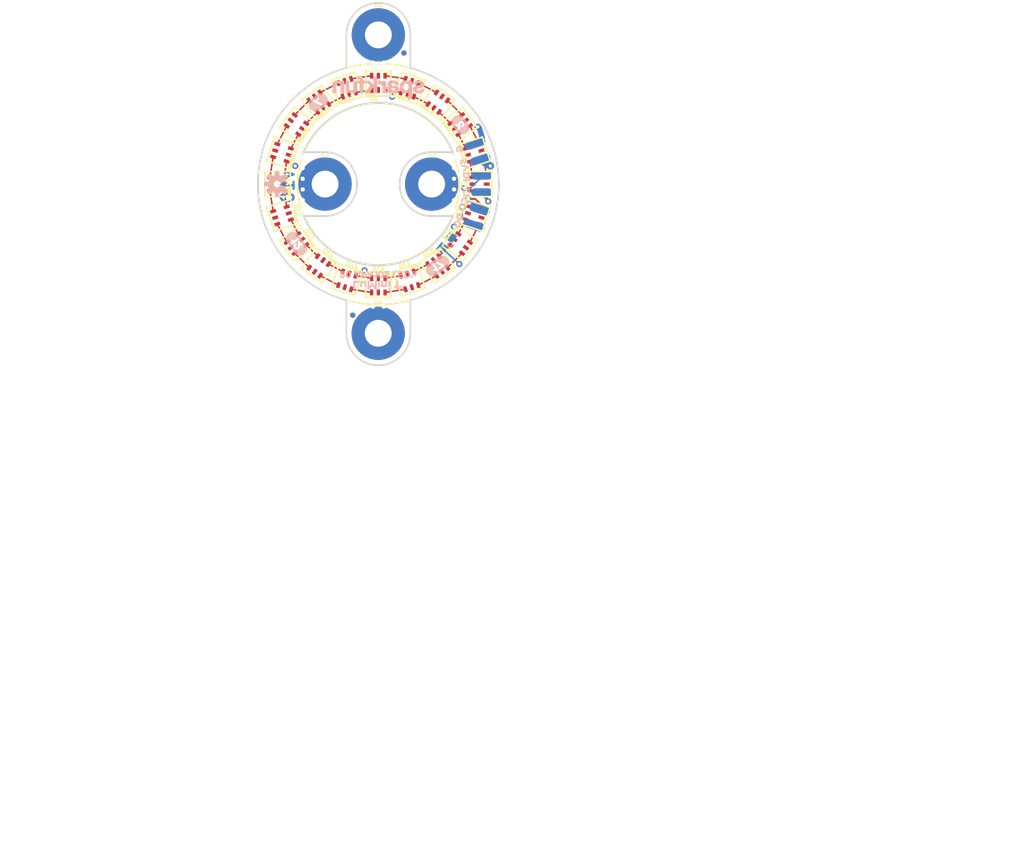
<source format=kicad_pcb>
(kicad_pcb (version 20211014) (generator pcbnew)
  (layers (0 "F.Cu" signal) (31 "B.Cu" signal) (34 "B.Paste" user) (35 "F.Paste" user) (36 "B.SilkS" user "B.Silkscreen") (37 "F.SilkS" user "F.Silkscreen") (38 "B.Mask" user) (39 "F.Mask" user) (44 "Edge.Cuts" user))
  (net 0 "")
  (net 1 "GND")
  (net 2 "5V")
  (net 3 "N$4")
  (net 4 "N$5")
  (net 5 "N$6")
  (net 6 "N$7")
  (net 7 "N$8")
  (net 8 "N$9")
  (net 9 "N$1")
  (net 10 "N$10")
  (net 11 "N$11")
  (net 12 "N$12")
  (net 13 "N$13")
  (net 14 "N$14")
  (net 15 "N$15")
  (net 16 "N$16")
  (net 17 "N$17")
  (net 18 "N$18")
  (net 19 "N$19")
  (net 20 "N$20")
  (net 21 "N$21")
  (net 22 "N$22")
  (net 23 "N$23")
  (net 24 "N$24")
  (net 25 "N$25")
  (net 26 "N$26")
  (net 27 "N$27")
  (net 28 "N$28")
  (net 29 "N$29")
  (net 30 "N$30")
  (net 31 "N$31")
  (net 32 "N$32")
  (net 33 "N$33")
  (net 34 "N$34")
  (net 35 "N$35")
  (net 36 "N$36")
  (net 37 "N$38")
  (net 38 "N$39")
  (net 39 "N$40")
  (net 40 "N$37")
  (net 41 "CI")
  (net 42 "DI")
  (net 43 "CO")
  (net 44 "DO")
  (footprint "boardEagle:APA102-2020" (layer "F.Cu") (at 152.2349 116.4844 18)
    (fp_text reference "D17" (at 0 -1.632 18) (layer "F.SilkS") (effects (font (size 0.48768 0.48768) (thickness 0.12192)) (justify bottom)))
    (fp_text value "APA102-2020")
    (pad "CKI" smd rect (at -0.8 0.85 108) (size 0.7 0.4) (layers "F.Cu" "F.Mask") (net 33 "N$33"))
    (pad "CKO" smd rect (at 0.8 0.85 108) (size 0.7 0.4) (layers "F.Cu" "F.Mask") (net 35 "N$35"))
    (pad "GND" smd rect (at 0 -0.85 108) (size 0.7 0.4) (layers "F.Cu" "F.Mask") (net 1 "GND"))
    (pad "SDI" smd rect (at -0.8 -0.85 108) (size 0.7 0.4) (layers "F.Cu" "F.Mask") (net 34 "N$34"))
    (pad "SDO" smd rect (at 0.8 -0.85 108) (size 0.7 0.4) (layers "F.Cu" "F.Mask") (net 36 "N$36"))
    (pad "VDD" smd rect (at 0 0.85 108) (size 0.7 0.4) (layers "F.Cu" "F.Mask") (net 2 "5V"))
  )
  (footprint "boardEagle:APA102-2020" (layer "F.Cu") (at 158.2547 97.917 126)
    (fp_text reference "D3" (at 0 -1.632 126) (layer "F.SilkS") (effects (font (size 0.48768 0.48768) (thickness 0.12192)) (justify bottom)))
    (fp_text value "APA102-2020")
    (pad "CKI" smd rect (at -0.8 0.85 216) (size 0.7 0.4) (layers "F.Cu" "F.Mask") (net 5 "N$6"))
    (pad "CKO" smd rect (at 0.8 0.85 216) (size 0.7 0.4) (layers "F.Cu" "F.Mask") (net 7 "N$8"))
    (pad "GND" smd rect (at 0 -0.85 216) (size 0.7 0.4) (layers "F.Cu" "F.Mask") (net 1 "GND"))
    (pad "SDI" smd rect (at -0.8 -0.85 216) (size 0.7 0.4) (layers "F.Cu" "F.Mask") (net 6 "N$7"))
    (pad "SDO" smd rect (at 0.8 -0.85 216) (size 0.7 0.4) (layers "F.Cu" "F.Mask") (net 8 "N$9"))
    (pad "VDD" smd rect (at 0 0.85 216) (size 0.7 0.4) (layers "F.Cu" "F.Mask") (net 2 "5V"))
  )
  (footprint "boardEagle:STANDOFF-ELECTRICAL-NOTHERMALS" (layer "F.Cu") (at 142.1511 105.0036)
    (fp_text reference "H2" (at 0 -3.302) (layer "F.SilkS") (effects (font (size 0.48768 0.48768) (thickness 0.12192)) (justify bottom)))
    (fp_text value "STANDOFF_ELECTRICAL-NOTHERMALS")
    (pad "P1" thru_hole circle (at 0 0) (size 6.35 6.35) (drill 3.2) (layers *.Cu *.Mask) (net 1 "GND"))
  )
  (footprint "boardEagle:APA102-2020" (layer "F.Cu") (at 136.4361 105.0036 -90)
    (fp_text reference "D11" (at 0 -1.632 -90) (layer "F.SilkS") (effects (font (size 0.48768 0.48768) (thickness 0.12192)) (justify bottom)))
    (fp_text value "APA102-2020")
    (pad "CKI" smd rect (at -0.8 0.85) (size 0.7 0.4) (layers "F.Cu" "F.Mask") (net 21 "N$21"))
    (pad "CKO" smd rect (at 0.8 0.85) (size 0.7 0.4) (layers "F.Cu" "F.Mask") (net 23 "N$23"))
    (pad "GND" smd rect (at 0 -0.85) (size 0.7 0.4) (layers "F.Cu" "F.Mask") (net 1 "GND"))
    (pad "SDI" smd rect (at -0.8 -0.85) (size 0.7 0.4) (layers "F.Cu" "F.Mask") (net 22 "N$22"))
    (pad "SDO" smd rect (at 0.8 -0.85) (size 0.7 0.4) (layers "F.Cu" "F.Mask") (net 24 "N$24"))
    (pad "VDD" smd rect (at 0 0.85) (size 0.7 0.4) (layers "F.Cu" "F.Mask") (net 2 "5V"))
  )
  (footprint "" (layer "F.Cu") (at 146.5961 119.6086)
    (fp_text reference "@HOLE16" hide)
    (fp_text value "" (at 0 0) (layer "F.SilkS") (effects (font (size 1.27 1.27))))
    (pad "" np_thru_hole circle (at 0 0) (size 0.508 0.508) (drill 0.508) (layers *.Cu *.Mask))
  )
  (footprint "" (layer "F.Cu") (at 139.4841 105.6386)
    (fp_text reference "@HOLE2" hide)
    (fp_text value "" (at 0 0) (layer "F.SilkS") (effects (font (size 1.27 1.27))))
    (pad "" np_thru_hole circle (at 0 0) (size 0.508 0.508) (drill 0.508) (layers *.Cu *.Mask))
  )
  (footprint "" (layer "F.Cu") (at 157.5181 108.1786)
    (fp_text reference "@HOLE6" hide)
    (fp_text value "" (at 0 0) (layer "F.SilkS") (effects (font (size 1.27 1.27))))
    (pad "" np_thru_hole circle (at 0 0) (size 0.508 0.508) (drill 0.508) (layers *.Cu *.Mask))
  )
  (footprint "boardEagle:APA102-2020" (layer "F.Cu") (at 159.9819 101.2698 108)
    (fp_text reference "D2" (at 0 -1.632 108) (layer "F.SilkS") (effects (font (size 0.48768 0.48768) (thickness 0.12192)) (justify bottom)))
    (fp_text value "APA102-2020")
    (pad "CKI" smd rect (at -0.8 0.85 198) (size 0.7 0.4) (layers "F.Cu" "F.Mask") (net 3 "N$4"))
    (pad "CKO" smd rect (at 0.8 0.85 198) (size 0.7 0.4) (layers "F.Cu" "F.Mask") (net 5 "N$6"))
    (pad "GND" smd rect (at 0 -0.85 198) (size 0.7 0.4) (layers "F.Cu" "F.Mask") (net 1 "GND"))
    (pad "SDI" smd rect (at -0.8 -0.85 198) (size 0.7 0.4) (layers "F.Cu" "F.Mask") (net 4 "N$5"))
    (pad "SDO" smd rect (at 0.8 -0.85 198) (size 0.7 0.4) (layers "F.Cu" "F.Mask") (net 6 "N$7"))
    (pad "VDD" smd rect (at 0 0.85 198) (size 0.7 0.4) (layers "F.Cu" "F.Mask") (net 2 "5V"))
  )
  (footprint "boardEagle:APA102-2020" (layer "F.Cu") (at 137.0203 108.7374 -72)
    (fp_text reference "D12" (at 0 -1.632 -72) (layer "F.SilkS") (effects (font (size 0.48768 0.48768) (thickness 0.12192)) (justify bottom)))
    (fp_text value "APA102-2020")
    (pad "CKI" smd rect (at -0.8 0.85 18) (size 0.7 0.4) (layers "F.Cu" "F.Mask") (net 23 "N$23"))
    (pad "CKO" smd rect (at 0.8 0.85 18) (size 0.7 0.4) (layers "F.Cu" "F.Mask") (net 25 "N$25"))
    (pad "GND" smd rect (at 0 -0.85 18) (size 0.7 0.4) (layers "F.Cu" "F.Mask") (net 1 "GND"))
    (pad "SDI" smd rect (at -0.8 -0.85 18) (size 0.7 0.4) (layers "F.Cu" "F.Mask") (net 24 "N$24"))
    (pad "SDO" smd rect (at 0.8 -0.85 18) (size 0.7 0.4) (layers "F.Cu" "F.Mask") (net 26 "N$26"))
    (pad "VDD" smd rect (at 0 0.85 18) (size 0.7 0.4) (layers "F.Cu" "F.Mask") (net 2 "5V"))
  )
  (footprint "boardEagle:APA102-2020" (layer "F.Cu") (at 159.9819 108.7374 72)
    (fp_text reference "D20" (at 0 -1.632 72) (layer "F.SilkS") (effects (font (size 0.48768 0.48768) (thickness 0.12192)) (justify bottom)))
    (fp_text value "APA102-2020")
    (pad "CKI" smd rect (at -0.8 0.85 162) (size 0.7 0.4) (layers "F.Cu" "F.Mask") (net 38 "N$39"))
    (pad "CKO" smd rect (at 0.8 0.85 162) (size 0.7 0.4) (layers "F.Cu" "F.Mask") (net 43 "CO"))
    (pad "GND" smd rect (at 0 -0.85 162) (size 0.7 0.4) (layers "F.Cu" "F.Mask") (net 1 "GND"))
    (pad "SDI" smd rect (at -0.8 -0.85 162) (size 0.7 0.4) (layers "F.Cu" "F.Mask") (net 39 "N$40"))
    (pad "SDO" smd rect (at 0.8 -0.85 162) (size 0.7 0.4) (layers "F.Cu" "F.Mask") (net 44 "DO"))
    (pad "VDD" smd rect (at 0 0.85 162) (size 0.7 0.4) (layers "F.Cu" "F.Mask") (net 2 "5V"))
  )
  (footprint "boardEagle:APA102-2020" (layer "F.Cu") (at 152.2349 93.5228 162)
    (fp_text reference "D5" (at 0 -1.632 162) (layer "F.SilkS") (effects (font (size 0.48768 0.48768) (thickness 0.12192)) (justify bottom)))
    (fp_text value "APA102-2020")
    (pad "CKI" smd rect (at -0.8 0.85 252) (size 0.7 0.4) (layers "F.Cu" "F.Mask") (net 9 "N$1"))
    (pad "CKO" smd rect (at 0.8 0.85 252) (size 0.7 0.4) (layers "F.Cu" "F.Mask") (net 11 "N$11"))
    (pad "GND" smd rect (at 0 -0.85 252) (size 0.7 0.4) (layers "F.Cu" "F.Mask") (net 1 "GND"))
    (pad "SDI" smd rect (at -0.8 -0.85 252) (size 0.7 0.4) (layers "F.Cu" "F.Mask") (net 10 "N$10"))
    (pad "SDO" smd rect (at 0.8 -0.85 252) (size 0.7 0.4) (layers "F.Cu" "F.Mask") (net 12 "N$12"))
    (pad "VDD" smd rect (at 0 0.85 252) (size 0.7 0.4) (layers "F.Cu" "F.Mask") (net 2 "5V"))
  )
  (footprint "" (layer "F.Cu") (at 149.1361 90.5256)
    (fp_text reference "@HOLE20" hide)
    (fp_text value "" (at 0 0) (layer "F.SilkS") (effects (font (size 1.27 1.27))))
    (pad "" np_thru_hole circle (at 0 0) (size 0.508 0.508) (drill 0.508) (layers *.Cu *.Mask))
  )
  (footprint "boardEagle:APA102-2020" (layer "F.Cu") (at 141.4145 95.25 -144)
    (fp_text reference "D8" (at 0 -1.632 -144) (layer "F.SilkS") (effects (font (size 0.48768 0.48768) (thickness 0.12192)) (justify bottom)))
    (fp_text value "APA102-2020")
    (pad "CKI" smd rect (at -0.8 0.85 306) (size 0.7 0.4) (layers "F.Cu" "F.Mask") (net 15 "N$15"))
    (pad "CKO" smd rect (at 0.8 0.85 306) (size 0.7 0.4) (layers "F.Cu" "F.Mask") (net 17 "N$17"))
    (pad "GND" smd rect (at 0 -0.85 306) (size 0.7 0.4) (layers "F.Cu" "F.Mask") (net 1 "GND"))
    (pad "SDI" smd rect (at -0.8 -0.85 306) (size 0.7 0.4) (layers "F.Cu" "F.Mask") (net 16 "N$16"))
    (pad "SDO" smd rect (at 0.8 -0.85 306) (size 0.7 0.4) (layers "F.Cu" "F.Mask") (net 18 "N$18"))
    (pad "VDD" smd rect (at 0 0.85 306) (size 0.7 0.4) (layers "F.Cu" "F.Mask") (net 2 "5V"))
  )
  (footprint "" (layer "F.Cu") (at 145.3261 119.6086)
    (fp_text reference "@HOLE17" hide)
    (fp_text value "" (at 0 0) (layer "F.SilkS") (effects (font (size 1.27 1.27))))
    (pad "" np_thru_hole circle (at 0 0) (size 0.508 0.508) (drill 0.508) (layers *.Cu *.Mask))
  )
  (footprint "boardEagle:APA102-2020" (layer "F.Cu") (at 160.5661 105.0036 90)
    (fp_text reference "D1" (at 0 -1.632 90) (layer "F.SilkS") (effects (font (size 0.48768 0.48768) (thickness 0.12192)) (justify bottom)))
    (fp_text value "APA102-2020")
    (pad "CKI" smd rect (at -0.8 0.85 180) (size 0.7 0.4) (layers "F.Cu" "F.Mask") (net 41 "CI"))
    (pad "CKO" smd rect (at 0.8 0.85 180) (size 0.7 0.4) (layers "F.Cu" "F.Mask") (net 3 "N$4"))
    (pad "GND" smd rect (at 0 -0.85 180) (size 0.7 0.4) (layers "F.Cu" "F.Mask") (net 1 "GND"))
    (pad "SDI" smd rect (at -0.8 -0.85 180) (size 0.7 0.4) (layers "F.Cu" "F.Mask") (net 42 "DI"))
    (pad "SDO" smd rect (at 0.8 -0.85 180) (size 0.7 0.4) (layers "F.Cu" "F.Mask") (net 4 "N$5"))
    (pad "VDD" smd rect (at 0 0.85 180) (size 0.7 0.4) (layers "F.Cu" "F.Mask") (net 2 "5V"))
  )
  (footprint "boardEagle:CREATIVE_COMMONS" (layer "F.Cu") (at 123.7361 132.9436)
    (fp_text reference "FRAME1" hide)
    (fp_text value "FRAME-LETTER" hide)
  )
  (footprint "" (layer "F.Cu") (at 146.5961 90.5256)
    (fp_text reference "@HOLE22" hide)
    (fp_text value "" (at 0 0) (layer "F.SilkS") (effects (font (size 1.27 1.27))))
    (pad "" np_thru_hole circle (at 0 0) (size 0.508 0.508) (drill 0.508) (layers *.Cu *.Mask))
  )
  (footprint "" (layer "F.Cu") (at 157.5181 104.3686)
    (fp_text reference "@HOLE9" hide)
    (fp_text value "" (at 0 0) (layer "F.SilkS") (effects (font (size 1.27 1.27))))
    (pad "" np_thru_hole circle (at 0 0) (size 0.508 0.508) (drill 0.508) (layers *.Cu *.Mask))
  )
  (footprint "" (layer "F.Cu") (at 147.8661 90.5256)
    (fp_text reference "@HOLE21" hide)
    (fp_text value "" (at 0 0) (layer "F.SilkS") (effects (font (size 1.27 1.27))))
    (pad "" np_thru_hole circle (at 0 0) (size 0.508 0.508) (drill 0.508) (layers *.Cu *.Mask))
  )
  (footprint "" (layer "F.Cu") (at 139.4841 108.1786)
    (fp_text reference "@HOLE0" hide)
    (fp_text value "" (at 0 0) (layer "F.SilkS") (effects (font (size 1.27 1.27))))
    (pad "" np_thru_hole circle (at 0 0) (size 0.508 0.508) (drill 0.508) (layers *.Cu *.Mask))
  )
  (footprint "boardEagle:APA102-2020" (layer "F.Cu") (at 158.2547 112.0902 54)
    (fp_text reference "D19" (at 0 -1.632 54) (layer "F.SilkS") (effects (font (size 0.48768 0.48768) (thickness 0.12192)) (justify bottom)))
    (fp_text value "APA102-2020")
    (pad "CKI" smd rect (at -0.8 0.85 144) (size 0.7 0.4) (layers "F.Cu" "F.Mask") (net 40 "N$37"))
    (pad "CKO" smd rect (at 0.8 0.85 144) (size 0.7 0.4) (layers "F.Cu" "F.Mask") (net 38 "N$39"))
    (pad "GND" smd rect (at 0 -0.85 144) (size 0.7 0.4) (layers "F.Cu" "F.Mask") (net 1 "GND"))
    (pad "SDI" smd rect (at -0.8 -0.85 144) (size 0.7 0.4) (layers "F.Cu" "F.Mask") (net 37 "N$38"))
    (pad "SDO" smd rect (at 0.8 -0.85 144) (size 0.7 0.4) (layers "F.Cu" "F.Mask") (net 39 "N$40"))
    (pad "VDD" smd rect (at 0 0.85 144) (size 0.7 0.4) (layers "F.Cu" "F.Mask") (net 2 "5V"))
  )
  (footprint "boardEagle:STANDOFF-ELECTRICAL-NOTHERMALS" (layer "F.Cu") (at 148.5011 87.2236)
    (fp_text reference "H1" (at 0 -3.302) (layer "F.SilkS") (effects (font (size 0.48768 0.48768) (thickness 0.12192)) (justify bottom)))
    (fp_text value "STANDOFF_ELECTRICAL-NOTHERMALS")
    (pad "P1" thru_hole circle (at 0 0) (size 6.35 6.35) (drill 3.2) (layers *.Cu *.Mask) (net 1 "GND"))
  )
  (footprint "" (layer "F.Cu") (at 145.3261 90.5256)
    (fp_text reference "@HOLE23" hide)
    (fp_text value "" (at 0 0) (layer "F.SilkS") (effects (font (size 1.27 1.27))))
    (pad "" np_thru_hole circle (at 0 0) (size 0.508 0.508) (drill 0.508) (layers *.Cu *.Mask))
  )
  (footprint "boardEagle:STANDOFF-ELECTRICAL-NOTHERMALS" (layer "F.Cu") (at 154.8511 105.0036)
    (fp_text reference "H3" (at 0 -3.302) (layer "F.SilkS") (effects (font (size 0.48768 0.48768) (thickness 0.12192)) (justify bottom)))
    (fp_text value "STANDOFF_ELECTRICAL-NOTHERMALS")
    (pad "P1" thru_hole circle (at 0 0) (size 6.35 6.35) (drill 3.2) (layers *.Cu *.Mask) (net 1 "GND"))
  )
  (footprint "" (layer "F.Cu") (at 149.1361 119.6086)
    (fp_text reference "@HOLE14" hide)
    (fp_text value "" (at 0 0) (layer "F.SilkS") (effects (font (size 1.27 1.27))))
    (pad "" np_thru_hole circle (at 0 0) (size 0.508 0.508) (drill 0.508) (layers *.Cu *.Mask))
  )
  (footprint "" (layer "F.Cu") (at 157.5181 106.9086)
    (fp_text reference "@HOLE7" hide)
    (fp_text value "" (at 0 0) (layer "F.SilkS") (effects (font (size 1.27 1.27))))
    (pad "" np_thru_hole circle (at 0 0) (size 0.508 0.508) (drill 0.508) (layers *.Cu *.Mask))
  )
  (footprint "boardEagle:APA102-2020" (layer "F.Cu") (at 144.7673 116.4844 -18)
    (fp_text reference "D15" (at 0 -1.632 -18) (layer "F.SilkS") (effects (font (size 0.48768 0.48768) (thickness 0.12192)) (justify bottom)))
    (fp_text value "APA102-2020")
    (pad "CKI" smd rect (at -0.8 0.85 72) (size 0.7 0.4) (layers "F.Cu" "F.Mask") (net 29 "N$29"))
    (pad "CKO" smd rect (at 0.8 0.85 72) (size 0.7 0.4) (layers "F.Cu" "F.Mask") (net 31 "N$31"))
    (pad "GND" smd rect (at 0 -0.85 72) (size 0.7 0.4) (layers "F.Cu" "F.Mask") (net 1 "GND"))
    (pad "SDI" smd rect (at -0.8 -0.85 72) (size 0.7 0.4) (layers "F.Cu" "F.Mask") (net 30 "N$30"))
    (pad "SDO" smd rect (at 0.8 -0.85 72) (size 0.7 0.4) (layers "F.Cu" "F.Mask") (net 32 "N$32"))
    (pad "VDD" smd rect (at 0 0.85 72) (size 0.7 0.4) (layers "F.Cu" "F.Mask") (net 2 "5V"))
  )
  (footprint "" (layer "F.Cu") (at 157.5181 105.6386)
    (fp_text reference "@HOLE8" hide)
    (fp_text value "" (at 0 0) (layer "F.SilkS") (effects (font (size 1.27 1.27))))
    (pad "" np_thru_hole circle (at 0 0) (size 0.508 0.508) (drill 0.508) (layers *.Cu *.Mask))
  )
  (footprint "" (layer "F.Cu") (at 151.6761 119.6086)
    (fp_text reference "@HOLE12" hide)
    (fp_text value "" (at 0 0) (layer "F.SilkS") (effects (font (size 1.27 1.27))))
    (pad "" np_thru_hole circle (at 0 0) (size 0.508 0.508) (drill 0.508) (layers *.Cu *.Mask))
  )
  (footprint "boardEagle:FIDUCIAL-MICRO" (layer "F.Cu") (at 151.5491 89.3826)
    (fp_text reference "FD3" hide)
    (fp_text value "FIDUCIALUFIDUCIAL" hide)
    (pad "1" smd roundrect (at 0 0) (size 0.635 0.635) (layers "F.Cu" "F.Mask") (roundrect_rratio 0.5))
  )
  (footprint "boardEagle:APA102-2020" (layer "F.Cu") (at 148.5011 92.9386 180)
    (fp_text reference "D6" (at 0 -1.632 180) (layer "F.SilkS") (effects (font (size 0.48768 0.48768) (thickness 0.12192)) (justify right top)))
    (fp_text value "APA102-2020")
    (pad "CKI" smd rect (at -0.8 0.85 270) (size 0.7 0.4) (layers "F.Cu" "F.Mask") (net 11 "N$11"))
    (pad "CKO" smd rect (at 0.8 0.85 270) (size 0.7 0.4) (layers "F.Cu" "F.Mask") (net 13 "N$13"))
    (pad "GND" smd rect (at 0 -0.85 270) (size 0.7 0.4) (layers "F.Cu" "F.Mask") (net 1 "GND"))
    (pad "SDI" smd rect (at -0.8 -0.85 270) (size 0.7 0.4) (layers "F.Cu" "F.Mask") (net 12 "N$12"))
    (pad "SDO" smd rect (at 0.8 -0.85 270) (size 0.7 0.4) (layers "F.Cu" "F.Mask") (net 14 "N$14"))
    (pad "VDD" smd rect (at 0 0.85 270) (size 0.7 0.4) (layers "F.Cu" "F.Mask") (net 2 "5V"))
  )
  (footprint "boardEagle:APA102-2020" (layer "F.Cu") (at 138.7475 112.0902 -54)
    (fp_text reference "D13" (at 0 -1.632 -54) (layer "F.SilkS") (effects (font (size 0.48768 0.48768) (thickness 0.12192)) (justify bottom)))
    (fp_text value "APA102-2020")
    (pad "CKI" smd rect (at -0.8 0.85 36) (size 0.7 0.4) (layers "F.Cu" "F.Mask") (net 25 "N$25"))
    (pad "CKO" smd rect (at 0.8 0.85 36) (size 0.7 0.4) (layers "F.Cu" "F.Mask") (net 27 "N$27"))
    (pad "GND" smd rect (at 0 -0.85 36) (size 0.7 0.4) (layers "F.Cu" "F.Mask") (net 1 "GND"))
    (pad "SDI" smd rect (at -0.8 -0.85 36) (size 0.7 0.4) (layers "F.Cu" "F.Mask") (net 26 "N$26"))
    (pad "SDO" smd rect (at 0.8 -0.85 36) (size 0.7 0.4) (layers "F.Cu" "F.Mask") (net 28 "N$28"))
    (pad "VDD" smd rect (at 0 0.85 36) (size 0.7 0.4) (layers "F.Cu" "F.Mask") (net 2 "5V"))
  )
  (footprint "boardEagle:STANDOFF-ELECTRICAL-NOTHERMALS" (layer "F.Cu") (at 148.4884 122.7836)
    (fp_text reference "H4" (at 0 -3.302) (layer "F.SilkS") (effects (font (size 0.48768 0.48768) (thickness 0.12192)) (justify bottom)))
    (fp_text value "STANDOFF_ELECTRICAL-NOTHERMALS")
    (pad "P1" thru_hole circle (at 0 0) (size 6.35 6.35) (drill 3.2) (layers *.Cu *.Mask) (net 1 "GND"))
  )
  (footprint "boardEagle:APA102-2020" (layer "F.Cu") (at 141.4145 114.7572 -36)
    (fp_text reference "D14" (at 0 -1.632 -36) (layer "F.SilkS") (effects (font (size 0.48768 0.48768) (thickness 0.12192)) (justify bottom)))
    (fp_text value "APA102-2020")
    (pad "CKI" smd rect (at -0.8 0.85 54) (size 0.7 0.4) (layers "F.Cu" "F.Mask") (net 27 "N$27"))
    (pad "CKO" smd rect (at 0.8 0.85 54) (size 0.7 0.4) (layers "F.Cu" "F.Mask") (net 29 "N$29"))
    (pad "GND" smd rect (at 0 -0.85 54) (size 0.7 0.4) (layers "F.Cu" "F.Mask") (net 1 "GND"))
    (pad "SDI" smd rect (at -0.8 -0.85 54) (size 0.7 0.4) (layers "F.Cu" "F.Mask") (net 28 "N$28"))
    (pad "SDO" smd rect (at 0.8 -0.85 54) (size 0.7 0.4) (layers "F.Cu" "F.Mask") (net 30 "N$30"))
    (pad "VDD" smd rect (at 0 0.85 54) (size 0.7 0.4) (layers "F.Cu" "F.Mask") (net 2 "5V"))
  )
  (footprint "" (layer "F.Cu") (at 150.4061 90.5256)
    (fp_text reference "@HOLE19" hide)
    (fp_text value "" (at 0 0) (layer "F.SilkS") (effects (font (size 1.27 1.27))))
    (pad "" np_thru_hole circle (at 0 0) (size 0.508 0.508) (drill 0.508) (layers *.Cu *.Mask))
  )
  (footprint "boardEagle:APA102-2020" (layer "F.Cu") (at 155.5877 95.25 144)
    (fp_text reference "D4" (at 0 -1.632 144) (layer "F.SilkS") (effects (font (size 0.48768 0.48768) (thickness 0.12192)) (justify bottom)))
    (fp_text value "APA102-2020")
    (pad "CKI" smd rect (at -0.8 0.85 234) (size 0.7 0.4) (layers "F.Cu" "F.Mask") (net 7 "N$8"))
    (pad "CKO" smd rect (at 0.8 0.85 234) (size 0.7 0.4) (layers "F.Cu" "F.Mask") (net 9 "N$1"))
    (pad "GND" smd rect (at 0 -0.85 234) (size 0.7 0.4) (layers "F.Cu" "F.Mask") (net 1 "GND"))
    (pad "SDI" smd rect (at -0.8 -0.85 234) (size 0.7 0.4) (layers "F.Cu" "F.Mask") (net 8 "N$9"))
    (pad "SDO" smd rect (at 0.8 -0.85 234) (size 0.7 0.4) (layers "F.Cu" "F.Mask") (net 10 "N$10"))
    (pad "VDD" smd rect (at 0 0.85 234) (size 0.7 0.4) (layers "F.Cu" "F.Mask") (net 2 "5V"))
  )
  (footprint "" (layer "F.Cu") (at 147.8661 119.6086)
    (fp_text reference "@HOLE15" hide)
    (fp_text value "" (at 0 0) (layer "F.SilkS") (effects (font (size 1.27 1.27))))
    (pad "" np_thru_hole circle (at 0 0) (size 0.508 0.508) (drill 0.508) (layers *.Cu *.Mask))
  )
  (footprint "boardEagle:APA102-2020" (layer "F.Cu") (at 148.5011 117.0686)
    (fp_text reference "D16" (at 0 -1.632) (layer "F.SilkS") (effects (font (size 0.48768 0.48768) (thickness 0.12192)) (justify bottom)))
    (fp_text value "APA102-2020")
    (pad "CKI" smd rect (at -0.8 0.85 90) (size 0.7 0.4) (layers "F.Cu" "F.Mask") (net 31 "N$31"))
    (pad "CKO" smd rect (at 0.8 0.85 90) (size 0.7 0.4) (layers "F.Cu" "F.Mask") (net 33 "N$33"))
    (pad "GND" smd rect (at 0 -0.85 90) (size 0.7 0.4) (layers "F.Cu" "F.Mask") (net 1 "GND"))
    (pad "SDI" smd rect (at -0.8 -0.85 90) (size 0.7 0.4) (layers "F.Cu" "F.Mask") (net 32 "N$32"))
    (pad "SDO" smd rect (at 0.8 -0.85 90) (size 0.7 0.4) (layers "F.Cu" "F.Mask") (net 34 "N$34"))
    (pad "VDD" smd rect (at 0 0.85 90) (size 0.7 0.4) (layers "F.Cu" "F.Mask") (net 2 "5V"))
  )
  (footprint "boardEagle:APA102-2020" (layer "F.Cu") (at 144.7673 93.5228 -162)
    (fp_text reference "D7" (at 0 -1.632 -162) (layer "F.SilkS") (effects (font (size 0.48768 0.48768) (thickness 0.12192)) (justify bottom)))
    (fp_text value "APA102-2020")
    (pad "CKI" smd rect (at -0.8 0.85 288) (size 0.7 0.4) (layers "F.Cu" "F.Mask") (net 13 "N$13"))
    (pad "CKO" smd rect (at 0.8 0.85 288) (size 0.7 0.4) (layers "F.Cu" "F.Mask") (net 15 "N$15"))
    (pad "GND" smd rect (at 0 -0.85 288) (size 0.7 0.4) (layers "F.Cu" "F.Mask") (net 1 "GND"))
    (pad "SDI" smd rect (at -0.8 -0.85 288) (size 0.7 0.4) (layers "F.Cu" "F.Mask") (net 14 "N$14"))
    (pad "SDO" smd rect (at 0.8 -0.85 288) (size 0.7 0.4) (layers "F.Cu" "F.Mask") (net 16 "N$16"))
    (pad "VDD" smd rect (at 0 0.85 288) (size 0.7 0.4) (layers "F.Cu" "F.Mask") (net 2 "5V"))
  )
  (footprint "" (layer "F.Cu") (at 139.4841 104.3686)
    (fp_text reference "@HOLE3" hide)
    (fp_text value "" (at 0 0) (layer "F.SilkS") (effects (font (size 1.27 1.27))))
    (pad "" np_thru_hole circle (at 0 0) (size 0.508 0.508) (drill 0.508) (layers *.Cu *.Mask))
  )
  (footprint "boardEagle:APA102-2020" (layer "F.Cu") (at 137.0203 101.2698 -108)
    (fp_text reference "D10" (at 0 -1.632 -108) (layer "F.SilkS") (effects (font (size 0.48768 0.48768) (thickness 0.12192)) (justify bottom)))
    (fp_text value "APA102-2020")
    (pad "CKI" smd rect (at -0.8 0.85 342) (size 0.7 0.4) (layers "F.Cu" "F.Mask") (net 19 "N$19"))
    (pad "CKO" smd rect (at 0.8 0.85 342) (size 0.7 0.4) (layers "F.Cu" "F.Mask") (net 21 "N$21"))
    (pad "GND" smd rect (at 0 -0.85 342) (size 0.7 0.4) (layers "F.Cu" "F.Mask") (net 1 "GND"))
    (pad "SDI" smd rect (at -0.8 -0.85 342) (size 0.7 0.4) (layers "F.Cu" "F.Mask") (net 20 "N$20"))
    (pad "SDO" smd rect (at 0.8 -0.85 342) (size 0.7 0.4) (layers "F.Cu" "F.Mask") (net 22 "N$22"))
    (pad "VDD" smd rect (at 0 0.85 342) (size 0.7 0.4) (layers "F.Cu" "F.Mask") (net 2 "5V"))
  )
  (footprint "" (layer "F.Cu") (at 151.6761 90.5256)
    (fp_text reference "@HOLE18" hide)
    (fp_text value "" (at 0 0) (layer "F.SilkS") (effects (font (size 1.27 1.27))))
    (pad "" np_thru_hole circle (at 0 0) (size 0.508 0.508) (drill 0.508) (layers *.Cu *.Mask))
  )
  (footprint "boardEagle:APA102-2020" (layer "F.Cu") (at 155.5877 114.7572 36)
    (fp_text reference "D18" (at 0 -1.632 36) (layer "F.SilkS") (effects (font (size 0.48768 0.48768) (thickness 0.12192)) (justify bottom)))
    (fp_text value "APA102-2020")
    (pad "CKI" smd rect (at -0.8 0.85 126) (size 0.7 0.4) (layers "F.Cu" "F.Mask") (net 35 "N$35"))
    (pad "CKO" smd rect (at 0.8 0.85 126) (size 0.7 0.4) (layers "F.Cu" "F.Mask") (net 40 "N$37"))
    (pad "GND" smd rect (at 0 -0.85 126) (size 0.7 0.4) (layers "F.Cu" "F.Mask") (net 1 "GND"))
    (pad "SDI" smd rect (at -0.8 -0.85 126) (size 0.7 0.4) (layers "F.Cu" "F.Mask") (net 36 "N$36"))
    (pad "SDO" smd rect (at 0.8 -0.85 126) (size 0.7 0.4) (layers "F.Cu" "F.Mask") (net 37 "N$38"))
    (pad "VDD" smd rect (at 0 0.85 126) (size 0.7 0.4) (layers "F.Cu" "F.Mask") (net 2 "5V"))
  )
  (footprint "" (layer "F.Cu") (at 139.4841 101.8286)
    (fp_text reference "@HOLE5" hide)
    (fp_text value "" (at 0 0) (layer "F.SilkS") (effects (font (size 1.27 1.27))))
    (pad "" np_thru_hole circle (at 0 0) (size 0.508 0.508) (drill 0.508) (layers *.Cu *.Mask))
  )
  (footprint "" (layer "F.Cu") (at 157.5181 103.0986)
    (fp_text reference "@HOLE10" hide)
    (fp_text value "" (at 0 0) (layer "F.SilkS") (effects (font (size 1.27 1.27))))
    (pad "" np_thru_hole circle (at 0 0) (size 0.508 0.508) (drill 0.508) (layers *.Cu *.Mask))
  )
  (footprint "boardEagle:ORDERING_INSTRUCTIONS" (layer "F.Cu") (at 123.7361 134.2136)
    (fp_text reference "U$13" hide)
    (fp_text value "" hide)
  )
  (footprint "" (layer "F.Cu") (at 150.4061 119.6086)
    (fp_text reference "@HOLE13" hide)
    (fp_text value "" (at 0 0) (layer "F.SilkS") (effects (font (size 1.27 1.27))))
    (pad "" np_thru_hole circle (at 0 0) (size 0.508 0.508) (drill 0.508) (layers *.Cu *.Mask))
  )
  (footprint "" (layer "F.Cu") (at 157.5181 101.8286)
    (fp_text reference "@HOLE11" hide)
    (fp_text value "" (at 0 0) (layer "F.SilkS") (effects (font (size 1.27 1.27))))
    (pad "" np_thru_hole circle (at 0 0) (size 0.508 0.508) (drill 0.508) (layers *.Cu *.Mask))
  )
  (footprint "" (layer "F.Cu") (at 139.4841 106.9086)
    (fp_text reference "@HOLE1" hide)
    (fp_text value "" (at 0 0) (layer "F.SilkS") (effects (font (size 1.27 1.27))))
    (pad "" np_thru_hole circle (at 0 0) (size 0.508 0.508) (drill 0.508) (layers *.Cu *.Mask))
  )
  (footprint "boardEagle:FIDUCIAL-MICRO" (layer "F.Cu") (at 145.4531 120.6246)
    (fp_text reference "FD1" hide)
    (fp_text value "FIDUCIALUFIDUCIAL" hide)
    (pad "1" smd roundrect (at 0 0) (size 0.635 0.635) (layers "F.Cu" "F.Mask") (roundrect_rratio 0.5))
  )
  (footprint "" (layer "F.Cu") (at 139.4841 103.0986)
    (fp_text reference "@HOLE4" hide)
    (fp_text value "" (at 0 0) (layer "F.SilkS") (effects (font (size 1.27 1.27))))
    (pad "" np_thru_hole circle (at 0 0) (size 0.508 0.508) (drill 0.508) (layers *.Cu *.Mask))
  )
  (footprint "boardEagle:APA102-2020" (layer "F.Cu") (at 138.7475 97.917 -126)
    (fp_text reference "D9" (at 0 -1.632 -126) (layer "F.SilkS") (effects (font (size 0.48768 0.48768) (thickness 0.12192)) (justify bottom)))
    (fp_text value "APA102-2020")
    (pad "CKI" smd rect (at -0.8 0.85 324) (size 0.7 0.4) (layers "F.Cu" "F.Mask") (net 17 "N$17"))
    (pad "CKO" smd rect (at 0.8 0.85 324) (size 0.7 0.4) (layers "F.Cu" "F.Mask") (net 19 "N$19"))
    (pad "GND" smd rect (at 0 -0.85 324) (size 0.7 0.4) (layers "F.Cu" "F.Mask") (net 1 "GND"))
    (pad "SDI" smd rect (at -0.8 -0.85 324) (size 0.7 0.4) (layers "F.Cu" "F.Mask") (net 18 "N$18"))
    (pad "SDO" smd rect (at 0.8 -0.85 324) (size 0.7 0.4) (layers "F.Cu" "F.Mask") (net 20 "N$20"))
    (pad "VDD" smd rect (at 0 0.85 324) (size 0.7 0.4) (layers "F.Cu" "F.Mask") (net 2 "5V"))
  )
  (footprint "boardEagle:DI4" (layer "B.Cu") (at 159.004 102.8573 -90)
    (fp_text reference "U$10" hide)
    (fp_text value "" hide)
  )
  (footprint "boardEagle:SOLDER_PAD_2" (layer "B.Cu") (at 160.2486 108.966 72)
    (fp_text reference "J4" hide)
    (fp_text value "SOLDER_PAD_2" hide)
    (pad "P$1" smd roundrect (at -1.016 0 72) (size 1.016 2.54) (layers "B.Cu" "B.Mask") (roundrect_rratio 0.5) (net 44 "DO"))
    (pad "P$2" smd roundrect (at 1.016 0 72) (size 1.016 2.54) (layers "B.Cu" "B.Mask") (roundrect_rratio 0.5) (net 43 "CO"))
  )
  (footprint "boardEagle:G4" (layer "B.Cu") (at 157.8102 99.7458 -72)
    (fp_text reference "U$5" hide)
    (fp_text value "" hide)
  )
  (footprint "boardEagle:FIDUCIAL-MICRO" (layer "B.Cu") (at 145.4531 120.6246 180)
    (fp_text reference "FD2" hide)
    (fp_text value "FIDUCIALUFIDUCIAL" hide)
    (pad "1" smd roundrect (at 0 0 180) (size 0.635 0.635) (layers "B.Cu" "B.Mask") (roundrect_rratio 0.5))
  )
  (footprint "boardEagle:SFE_LOGO_NAME_.1" (layer "B.Cu") (at 148.5011 93.5736 180)
    (fp_text reference "LOGO1" hide)
    (fp_text value "SFE_LOGO_NAME.1_INCH" hide)
  )
  (footprint "boardEagle:20_APA102_LED#S6" (layer "B.Cu") (at 143.1671 115.7986)
    (fp_text reference "U$2" hide)
    (fp_text value "" hide)
  )
  (footprint "boardEagle:OSHW-LOGO-S" (layer "B.Cu") (at 136.4361 105.0036 -90)
    (fp_text reference "LOGO2" hide)
    (fp_text value "OSHW-LOGOS" hide)
  )
  (footprint "boardEagle:CO1" (layer "B.Cu") (at 159.1437 105.9053 -108)
    (fp_text reference "U$8" hide)
    (fp_text value "" hide)
  )
  (footprint "boardEagle:CI6" (layer "B.Cu") (at 158.9913 104.7115 -90)
    (fp_text reference "U$9" hide)
    (fp_text value "" hide)
  )
  (footprint "boardEagle:173" (layer "B.Cu") (at 154.2796 115.6843 36)
    (fp_text reference "U$12" hide)
    (fp_text value "" hide)
  )
  (footprint "boardEagle:20" (layer "B.Cu") (at 159.0675 99.0219 126)
    (fp_text reference "U$3" hide)
    (fp_text value "" hide)
  )
  (footprint "boardEagle:LUMINI_1#1" (layer "B.Cu") (at 144.5641 117.0686)
    (fp_text reference "U$14" hide)
    (fp_text value "" hide)
  )
  (footprint "boardEagle:SOLDER_PAD_2" (layer "B.Cu") (at 160.8201 104.9909 -90)
    (fp_text reference "J2" hide)
    (fp_text value "SOLDER_PAD_2" hide)
    (pad "P$1" smd roundrect (at -1.016 0 270) (size 1.016 2.54) (layers "B.Cu" "B.Mask") (roundrect_rratio 0.5) (net 42 "DI"))
    (pad "P$2" smd roundrect (at 1.016 0 270) (size 1.016 2.54) (layers "B.Cu" "B.Mask") (roundrect_rratio 0.5) (net 41 "CI"))
  )
  (footprint "boardEagle:FIDUCIAL-MICRO" (layer "B.Cu") (at 151.5491 89.3826 180)
    (fp_text reference "FD4" hide)
    (fp_text value "FIDUCIALUFIDUCIAL" hide)
    (pad "1" smd roundrect (at 0 0 180) (size 0.635 0.635) (layers "B.Cu" "B.Mask") (roundrect_rratio 0.5))
  )
  (footprint "boardEagle:71" (layer "B.Cu") (at 142.3924 94.5134 -144)
    (fp_text reference "U$6" hide)
    (fp_text value "" hide)
  )
  (footprint "boardEagle:122" (layer "B.Cu") (at 137.795 110.7948 -54)
    (fp_text reference "U$11" hide)
    (fp_text value "" hide)
  )
  (footprint "boardEagle:0603" (layer "B.Cu") (at 156.6291 111.9886 50)
    (fp_text reference "C1" (at 0 0.762 230) (layer "B.SilkS") (effects (font (size 0.48768 0.48768) (thickness 0.12192)) (justify bottom mirror)))
    (fp_text value "DNP")
    (pad "1" smd rect (at -0.85 0 50) (size 1.1 1) (layers "B.Cu" "B.Paste" "B.Mask") (net 2 "5V"))
    (pad "2" smd rect (at 0.85 0 50) (size 1.1 1) (layers "B.Cu" "B.Paste" "B.Mask") (net 1 "GND"))
  )
  (footprint "boardEagle:SOLDER_PAD_2" (layer "B.Cu") (at 160.3375 101.1428 -72)
    (fp_text reference "J1" hide)
    (fp_text value "SOLDER_PAD_2" hide)
    (pad "P$1" smd roundrect (at -1.016 0 288) (size 1.016 2.54) (layers "B.Cu" "B.Mask") (roundrect_rratio 0.5) (net 1 "GND"))
    (pad "P$2" smd roundrect (at 1.016 0 288) (size 1.016 2.54) (layers "B.Cu" "B.Mask") (roundrect_rratio 0.5) (net 2 "5V"))
  )
  (footprint "boardEagle:DO3" (layer "B.Cu") (at 158.5468 107.8611 -108)
    (fp_text reference "U$7" hide)
    (fp_text value "" hide)
  )
  (footprint "boardEagle:5V6" (layer "B.Cu") (at 158.3055 101.3333 -72)
    (fp_text reference "U$4" hide)
    (fp_text value "" hide)
  )
  (gr_circle (center 148.5011 105.0036) (end 158.128 105.0036) (layer "F.SilkS") (width 0.2032) (fill none))
  (gr_circle (center 148.5011 105.0036) (end 162.8521 105.0036) (layer "F.SilkS") (width 0.2032) (fill none))
  (gr_line (start 142.1511 101.1936) (end 139.6111 101.1936) (layer "Edge.Cuts") (width 0.2032))
  (gr_arc (start 148.5011 126.5936) (mid 145.807023 125.477677) (end 144.6911 122.7836) (layer "Edge.Cuts") (width 0.2032))
  (gr_arc (start 144.6911 87.2236) (mid 145.807023 84.529523) (end 148.5011 83.4136) (layer "Edge.Cuts") (width 0.2032))
  (gr_line (start 152.3111 91.1606) (end 152.3111 87.2236) (layer "Edge.Cuts") (width 0.2032))
  (gr_arc (start 154.8511 108.8136) (mid 152.157023 107.697677) (end 151.0411 105.0036) (layer "Edge.Cuts") (width 0.2032))
  (gr_arc (start 148.5011 83.4136) (mid 151.195177 84.529523) (end 152.3111 87.2236) (layer "Edge.Cuts") (width 0.2032))
  (gr_arc (start 139.611099 101.193601) (mid 148.501099 95.309437) (end 157.3911 101.1936) (layer "Edge.Cuts") (width 0.2032))
  (gr_line (start 144.6911 87.2236) (end 144.6911 91.1606) (layer "Edge.Cuts") (width 0.2032))
  (gr_arc (start 152.3111 122.7836) (mid 151.195177 125.477677) (end 148.5011 126.5936) (layer "Edge.Cuts") (width 0.2032))
  (gr_line (start 144.6911 118.8466) (end 144.6911 122.7836) (layer "Edge.Cuts") (width 0.2032))
  (gr_arc (start 142.1511 101.1936) (mid 144.845177 102.309523) (end 145.9611 105.0036) (layer "Edge.Cuts") (width 0.2032))
  (gr_arc (start 145.9611 105.0036) (mid 144.845177 107.697677) (end 142.1511 108.8136) (layer "Edge.Cuts") (width 0.2032))
  (gr_line (start 157.3911 101.1936) (end 154.8511 101.1936) (layer "Edge.Cuts") (width 0.2032))
  (gr_arc (start 151.0411 105.0036) (mid 152.157023 102.309523) (end 154.8511 101.1936) (layer "Edge.Cuts") (width 0.2032))
  (gr_arc (start 157.3911 108.8136) (mid 148.5011 114.697763) (end 139.6111 108.8136) (layer "Edge.Cuts") (width 0.2032))
  (gr_line (start 154.8511 108.8136) (end 157.3911 108.8136) (layer "Edge.Cuts") (width 0.2032))
  (gr_line (start 139.6111 108.8136) (end 142.1511 108.8136) (layer "Edge.Cuts") (width 0.2032))
  (gr_arc (start 144.6911 118.8466) (mid 134.143358 105.0036) (end 144.6911 91.1606) (layer "Edge.Cuts") (width 0.2032))
  (gr_line (start 152.3111 122.7836) (end 152.3111 118.8466) (layer "Edge.Cuts") (width 0.2032))
  (gr_arc (start 152.3111 91.1606) (mid 162.858841 105.003601) (end 152.311098 118.8466) (layer "Edge.Cuts") (width 0.2032))
  (gr_text "v10" (at 138.5951 103.0986 -270) (layer "B.Cu") (effects (font (size 1.5113 1.5113) (thickness 0.2667)) (justify left bottom mirror)))
  (via (at 150.1521 94.5896) (size 0.7366) (drill 0.381) (layers "F.Cu" "B.Cu") (net 1))
  (via (at 157.5181 110.0836) (size 0.7366) (drill 0.381) (layers "F.Cu" "B.Cu") (net 1))
  (via (at 146.8501 115.2906) (size 0.7366) (drill 0.381) (layers "F.Cu" "B.Cu") (net 1))
  (via (at 160.3502 98.1837) (size 0.7366) (drill 0.381) (layers "F.Cu" "B.Cu") (net 1))
  (via (at 138.5951 102.8446) (size 0.7366) (drill 0.381) (layers "F.Cu" "B.Cu") (net 1))
  (segment (start 160.087634 100.176529) (end 160.8709 99.4283) (width 0.635) (layer "B.Cu") (net 1))
  (segment (start 160.545143 98.378644) (end 160.3502 98.1837) (width 0.635) (layer "B.Cu") (net 1))
  (segment (start 160.8709 99.4283) (end 160.545143 98.378644) (width 0.635) (layer "B.Cu") (net 1))
  (segment (start 160.02354 100.176529) (end 160.087634 100.176529) (width 0.635) (layer "B.Cu") (net 1))
  (via (at 161.847225 102.842872) (size 0.7366) (drill 0.381) (layers "F.Cu" "B.Cu") (net 2))
  (via (at 158.1531 114.5286) (size 0.7366) (drill 0.381) (layers "F.Cu" "B.Cu") (net 2))
  (segment (start 160.651462 102.109075) (end 161.847225 102.842872) (width 0.889) (layer "B.Cu") (net 2))
  (segment (start 156.082731 112.639741) (end 158.1531 114.5286) (width 0.2032) (layer "B.Cu") (net 2))
  (segment (start 161.037509 101.767982) (end 161.4161 104.2036) (width 0.1778) (layer "F.Cu") (net 3))
  (segment (start 159.7161 104.2036) (end 159.420712 102.293313) (width 0.1778) (layer "F.Cu") (net 4))
  (segment (start 159.41259 98.064597) (end 160.543084 100.246291) (width 0.1778) (layer "F.Cu") (net 5))
  (segment (start 158.926287 100.771622) (end 158.037262 99.063832) (width 0.1778) (layer "F.Cu") (net 6))
  (segment (start 158.472134 96.770172) (end 156.734528 95.032566) (width 0.1778) (layer "F.Cu") (net 7))
  (segment (start 155.735293 96.407894) (end 157.096806 97.769407) (width 0.1778) (layer "F.Cu") (net 8))
  (segment (start 155.440103 94.09211) (end 153.258409 92.961616) (width 0.1778) (layer "F.Cu") (net 9))
  (segment (start 152.733078 94.578413) (end 154.440868 95.467438) (width 0.1778) (layer "F.Cu") (net 10))
  (segment (start 149.3011 92.0886) (end 151.736718 92.467191) (width 0.1778) (layer "F.Cu") (net 11))
  (segment (start 151.211387 94.083988) (end 149.3011 93.7886) (width 0.1778) (layer "F.Cu") (net 12))
  (segment (start 147.7011 92.0886) (end 145.265478 92.467191) (width 0.1778) (layer "F.Cu") (net 13))
  (segment (start 145.790809 94.083988) (end 147.7011 93.7886) (width 0.1778) (layer "F.Cu") (net 14))
  (segment (start 143.743787 92.961616) (end 141.562093 94.09211) (width 0.1778) (layer "F.Cu") (net 15))
  (segment (start 142.561328 95.467438) (end 144.269118 94.578413) (width 0.1778) (layer "F.Cu") (net 16))
  (segment (start 140.267668 95.032566) (end 138.530062 96.770172) (width 0.1778) (layer "F.Cu") (net 17))
  (segment (start 139.90539 97.769407) (end 141.266903 96.407894) (width 0.1778) (layer "F.Cu") (net 18))
  (segment (start 137.589606 98.064597) (end 136.459112 100.246291) (width 0.1778) (layer "F.Cu") (net 19))
  (segment (start 138.075909 100.771622) (end 138.964934 99.063832) (width 0.1778) (layer "F.Cu") (net 20))
  (segment (start 135.964687 101.767982) (end 135.5861 104.2036) (width 0.1778) (layer "F.Cu") (net 21))
  (segment (start 137.2861 104.2036) (end 137.581484 102.293313) (width 0.2032) (layer "F.Cu") (net 22))
  (segment (start 135.964687 108.239222) (end 135.5861 105.8036) (width 0.1778) (layer "F.Cu") (net 23))
  (segment (start 137.2861 105.8036) (end 137.581484 107.713891) (width 0.1778) (layer "F.Cu") (net 24))
  (segment (start 136.459112 109.760913) (end 137.589606 111.942607) (width 0.1778) (layer "F.Cu") (net 25))
  (segment (start 138.075909 109.235582) (end 138.964934 110.943372) (width 0.1778) (layer "F.Cu") (net 26))
  (segment (start 140.267668 114.974638) (end 138.530062 113.237032) (width 0.1778) (layer "F.Cu") (net 27))
  (segment (start 139.90539 112.237797) (end 141.266903 113.59931) (width 0.1778) (layer "F.Cu") (net 28))
  (segment (start 141.562093 115.915094) (end 143.743787 117.045588) (width 0.1778) (layer "F.Cu") (net 29))
  (segment (start 144.269118 115.428791) (end 142.561328 114.539766) (width 0.1778) (layer "F.Cu") (net 30))
  (segment (start 145.265478 117.540013) (end 147.7011 117.9186) (width 0.1778) (layer "F.Cu") (net 31))
  (segment (start 147.7011 116.2186) (end 145.790809 115.923216) (width 0.1778) (layer "F.Cu") (net 32))
  (segment (start 149.3011 117.9186) (end 151.736718 117.540013) (width 0.1778) (layer "F.Cu") (net 33))
  (segment (start 151.211387 115.923216) (end 149.3011 116.2186) (width 0.1778) (layer "F.Cu") (net 34))
  (segment (start 155.440103 115.915094) (end 153.258409 117.045588) (width 0.1778) (layer "F.Cu") (net 35))
  (segment (start 152.733078 115.428791) (end 154.440868 114.539766) (width 0.1778) (layer "F.Cu") (net 36))
  (segment (start 157.096806 112.237797) (end 155.735293 113.59931) (width 0.1778) (layer "F.Cu") (net 37))
  (segment (start 160.543084 109.760913) (end 159.41259 111.942607) (width 0.1778) (layer "F.Cu") (net 38))
  (segment (start 158.037262 110.943372) (end 158.926287 109.235582) (width 0.1778) (layer "F.Cu") (net 39))
  (segment (start 158.472134 113.237032) (end 156.734528 114.974638) (width 0.1778) (layer "F.Cu") (net 40))
  (segment (start 161.4161 107.0142) (end 161.5948 107.061) (width 0.2032) (layer "F.Cu") (net 41))
  (segment (start 161.4161 105.8036) (end 161.4161 107.0142) (width 0.2032) (layer "F.Cu") (net 41))
  (via (at 161.5948 107.061) (size 0.7366) (drill 0.381) (layers "F.Cu" "B.Cu") (net 41))
  (segment (start 160.8201 106.0069) (end 160.8201 106.2863) (width 0.1778) (layer "B.Cu") (net 41))
  (segment (start 160.8201 106.2863) (end 161.5948 107.061) (width 0.1778) (layer "B.Cu") (net 41))
  (segment (start 159.0801 105.8036) (end 158.75 105.4735) (width 0.2032) (layer "F.Cu") (net 42))
  (segment (start 159.7161 105.8036) (end 159.0801 105.8036) (width 0.2032) (layer "F.Cu") (net 42))
  (via (at 158.75 105.4735) (size 0.7366) (drill 0.381) (layers "F.Cu" "B.Cu") (net 42))
  (segment (start 159.487856 105.4735) (end 158.75 105.4735) (width 0.1778) (layer "B.Cu") (net 42))
  (segment (start 160.896928 104.064429) (end 159.487856 105.4735) (width 0.1778) (layer "B.Cu") (net 42))
  (segment (start 160.8201 103.9876) (end 160.896928 104.064429) (width 0.1778) (layer "B.Cu") (net 42))
  (segment (start 160.8201 103.9749) (end 160.8201 103.9876) (width 0.1778) (layer "B.Cu") (net 42))
  (segment (start 159.22854 106.7816) (end 160.0581 106.7816) (width 0.2032) (layer "F.Cu") (net 43))
  (segment (start 160.0581 106.7816) (end 161.037509 107.76101) (width 0.2032) (layer "F.Cu") (net 43))
  (segment (start 161.037509 107.76101) (end 161.037509 108.239222) (width 0.2032) (layer "F.Cu") (net 43))
  (segment (start 159.21584 106.7689) (end 159.22854 106.7816) (width 0.2032) (layer "F.Cu") (net 43))
  (via (at 159.21584 106.7689) (size 0.7366) (drill 0.381) (layers "F.Cu" "B.Cu") (net 43))
  (segment (start 160.446668 107.999729) (end 159.21584 106.7689) (width 0.2032) (layer "B.Cu") (net 43))
  (segment (start 160.562562 107.999729) (end 160.446668 107.999729) (width 0.2032) (layer "B.Cu") (net 43))
  (segment (start 159.420712 107.713891) (end 158.483012 107.710238) (width 0.2032) (layer "F.Cu") (net 44))
  (via (at 158.483012 107.710238) (size 0.7366) (drill 0.381) (layers "F.Cu" "B.Cu") (net 44))
  (segment (start 159.398775 109.932275) (end 158.483012 109.016513) (width 0.2032) (layer "B.Cu") (net 44))
  (segment (start 158.483012 109.016513) (end 158.483012 107.710238) (width 0.2032) (layer "B.Cu") (net 44))
  (segment (start 159.93464 109.932275) (end 159.398775 109.932275) (width 0.2032) (layer "B.Cu") (net 44))
)
</source>
